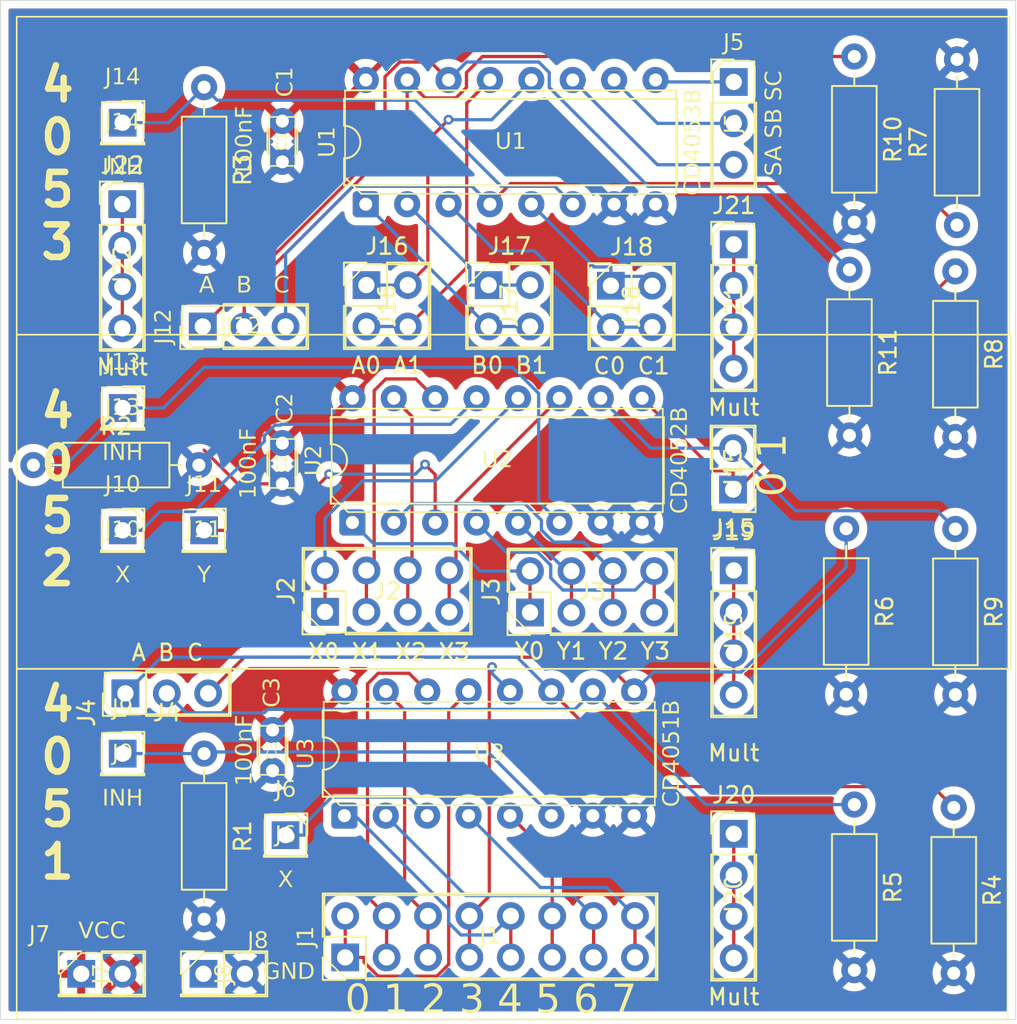
<source format=kicad_pcb>
(kicad_pcb (version 20241229) (generator "pcbnew") (generator_version "9.0")
  (layers (0 "F.Cu" signal) (2 "B.Cu" signal) (13 "F.Paste" user) (15 "B.Paste" user) (5 "F.SilkS" user "F.Silkscreen") (7 "B.SilkS" user "B.Silkscreen") (1 "F.Mask" user) (3 "B.Mask" user) (25 "Edge.Cuts" user))
  (net 0 "")
  (net 1 "GND")
  (net 2 "VCC")
  (net 3 "Net-(J1-Pin_3)")
  (net 4 "Net-(J1-Pin_13)")
  (net 5 "Net-(J1-Pin_1)")
  (net 6 "Net-(J1-Pin_5)")
  (net 7 "Net-(J1-Pin_15)")
  (net 8 "Net-(J1-Pin_7)")
  (net 9 "Net-(J1-Pin_10)")
  (net 10 "Net-(J1-Pin_11)")
  (net 11 "Net-(J2-Pin_1)")
  (net 12 "Net-(J2-Pin_3)")
  (net 13 "Net-(J3-Pin_3)")
  (net 14 "Net-(J3-Pin_1)")
  (net 15 "Net-(J4-Pin_2)")
  (net 16 "Net-(J4-Pin_3)")
  (net 17 "Net-(J4-Pin_1)")
  (net 18 "Net-(J5-Pin_3)")
  (net 19 "Net-(J5-Pin_1)")
  (net 20 "Net-(J5-Pin_2)")
  (net 21 "Net-(J6-Pin_1)")
  (net 23 "Net-(J9-Pin_1)")
  (net 24 "Net-(J10-Pin_1)")
  (net 25 "Net-(J11-Pin_1)")
  (net 26 "Net-(J12-Pin_3)")
  (net 27 "Net-(J12-Pin_2)")
  (net 28 "Net-(J12-Pin_1)")
  (net 29 "Net-(J13-Pin_1)")
  (net 30 "Net-(J14-Pin_1)")
  (net 31 "Net-(J15-Pin_1)")
  (net 32 "Net-(J16-Pin_1)")
  (net 33 "Net-(J16-Pin_3)")
  (net 34 "Net-(J17-Pin_1)")
  (net 35 "Net-(J17-Pin_3)")
  (net 36 "Net-(J18-Pin_1)")
  (net 37 "Net-(J18-Pin_3)")
  (net 38 "Net-(J15-Pin_2)")
  (net 39 "Net-(J19-Pin_1)")
  (net 40 "Net-(J20-Pin_1)")
  (net 41 "Net-(J21-Pin_1)")
  (net 42 "Net-(J2-Pin_5)")
  (net 43 "Net-(J2-Pin_7)")
  (net 44 "Net-(J3-Pin_5)")
  (net 45 "Net-(J3-Pin_7)")
  (net 46 "Net-(J22-Pin_1)")
  (footprint "Capacitor_THT:C_Disc_D3.0mm_W1.6mm_P2.50mm" (layer "F.Cu") (at 84.2 104.745 -90)
    (property "Reference" "C3")
    (property "Value" "100nF")
  )
  (footprint "Package_DIP:DIP-16_W7.62mm" (layer "F.Cu") (at 89.1 92.02 90)
    (property "Reference" "U2")
    (property "Value" "CD4052B")
  )
  (footprint "Capacitor_THT:C_Disc_D3.0mm_W1.6mm_P2.50mm" (layer "F.Cu") (at 84.8 67.4 -90)
    (property "Reference" "C1")
    (property "Value" "100nF")
  )
  (footprint "Connector_PinSocket_2.54mm:PinSocket_1x01_P2.54mm_Vertical" (layer "F.Cu") (at 75 106.195)
    (property "Reference" "J9")
    (property "Value" "INH")
  )
  (footprint "Connector_PinHeader_2.54mm:PinHeader_2x02_P2.54mm_Vertical" (layer "F.Cu") (at 97.46 77.46)
    (property "Reference" "J17")
    (property "Value" "B0 B1")
  )
  (footprint "Connector_PinHeader_2.54mm:PinHeader_1x04_P2.54mm_Vertical" (layer "F.Cu") (at 112.5 74.96)
    (property "Reference" "J21")
    (property "Value" "Mult")
  )
  (footprint "Connector_PinSocket_2.54mm:PinSocket_1x01_P2.54mm_Vertical" (layer "F.Cu") (at 75 67.5)
    (property "Reference" "J14")
    (property "Value" "INH")
  )
  (footprint "Resistor_THT:R_Axial_DIN0207_L6.3mm_D2.5mm_P10.16mm_Horizontal" (layer "F.Cu") (at 126.2 73.78 90)
    (property "Reference" "R7")
    (property "Value" "100k")
  )
  (footprint "Connector_PinSocket_2.54mm:PinSocket_1x01_P2.54mm_Vertical" (layer "F.Cu") (at 75 92.5)
    (property "Reference" "J10")
    (property "Value" "X")
  )
  (footprint "Connector_PinHeader_2.54mm:PinHeader_1x03_P2.54mm_Vertical" (layer "F.Cu") (at 75.17 102.5 90)
    (property "Reference" "J4")
    (property "Value" "A B C")
  )
  (footprint "Connector_PinHeader_2.54mm:PinHeader_1x03_P2.54mm_Vertical" (layer "F.Cu") (at 79.92 80 90)
    (property "Reference" "J12")
    (property "Value" "A   B   C")
  )
  (footprint "Package_DIP:DIP-16_W7.62mm" (layer "F.Cu") (at 89.92 72.5 90)
    (property "Reference" "U1")
    (property "Value" "CD4053B")
  )
  (footprint "Resistor_THT:R_Axial_DIN0207_L6.3mm_D2.5mm_P10.16mm_Horizontal" (layer "F.Cu") (at 126.1 76.62 -90)
    (property "Reference" "R8")
    (property "Value" "100k")
  )
  (footprint "Resistor_THT:R_Axial_DIN0207_L6.3mm_D2.5mm_P10.16mm_Horizontal" (layer "F.Cu") (at 119.9 63.44 -90)
    (property "Reference" "R10")
    (property "Value" "100k")
  )
  (footprint "Connector_PinHeader_2.54mm:PinHeader_1x04_P2.54mm_Vertical" (layer "F.Cu") (at 112.5 111.115)
    (property "Reference" "J20")
    (property "Value" "Mult")
  )
  (footprint "Resistor_THT:R_Axial_DIN0207_L6.3mm_D2.5mm_P10.16mm_Horizontal" (layer "F.Cu") (at 126.1 92.42 -90)
    (property "Reference" "R9")
    (property "Value" "100k")
  )
  (footprint "Connector_PinHeader_2.54mm:PinHeader_2x01_P2.54mm_Vertical" (layer "F.Cu") (at 79.96 119.7)
    (property "Reference" "J8")
    (property "Value" "GND")
  )
  (footprint "Resistor_THT:R_Axial_DIN0207_L6.3mm_D2.5mm_P10.16mm_Horizontal" (layer "F.Cu") (at 119.9 109.32 -90)
    (property "Reference" "R5")
    (property "Value" "100k")
  )
  (footprint "Resistor_THT:R_Axial_DIN0207_L6.3mm_D2.5mm_P10.16mm_Horizontal" (layer "F.Cu") (at 119.4 92.4 -90)
    (property "Reference" "R6")
    (property "Value" "100k")
  )
  (footprint "Connector_PinHeader_2.54mm:PinHeader_2x01_P2.54mm_Vertical" (layer "F.Cu") (at 72.46 119.7)
    (property "Reference" "J7")
    (property "Value" "VCC")
  )
  (footprint "Resistor_THT:R_Axial_DIN0207_L6.3mm_D2.5mm_P10.16mm_Horizontal" (layer "F.Cu") (at 80 106.195 -90)
    (property "Reference" "R1")
    (property "Value" "100k")
  )
  (footprint "Connector_PinHeader_2.54mm:PinHeader_1x04_P2.54mm_Vertical" (layer "F.Cu") (at 112.5 94.96)
    (property "Reference" "J19")
    (property "Value" "Mult")
  )
  (footprint "Resistor_THT:R_Axial_DIN0207_L6.3mm_D2.5mm_P10.16mm_Horizontal" (layer "F.Cu") (at 126 109.5 -90)
    (property "Reference" "R4")
    (property "Value" "100k")
  )
  (footprint "Connector_PinHeader_2.54mm:PinHeader_2x02_P2.54mm_Vertical" (layer "F.Cu") (at 89.96 77.46)
    (property "Reference" "J16")
    (property "Value" "A0 A1")
  )
  (footprint "Connector_PinHeader_2.54mm:PinHeader_1x03_P2.54mm_Vertical" (layer "F.Cu") (at 112.5 65)
    (property "Reference" "J5")
    (property "Value" "SA SB SC")
  )
  (footprint "Connector_PinHeader_2.54mm:PinHeader_2x08_P2.54mm_Vertical" (layer "F.Cu") (at 88.66 118.695 90)
    (property "Reference" "J1")
    (property "Value" "0 1 2 3 4 5 6 7")
  )
  (footprint "Resistor_THT:R_Axial_DIN0207_L6.3mm_D2.5mm_P10.16mm_Horizontal" (layer "F.Cu") (at 80 65.32 -90)
    (property "Reference" "R3")
    (property "Value" "100k")
  )
  (footprint "Connector_PinHeader_2.54mm:PinHeader_2x02_P2.54mm_Vertical" (layer "F.Cu") (at 104.96 77.5)
    (property "Reference" "J18")
    (property "Value" "C0 C1")
  )
  (footprint "Connector_PinHeader_2.54mm:PinHeader_1x04_P2.54mm_Vertical" (layer "F.Cu") (at 74.9808 72.4916)
    (property "Reference" "J22")
    (property "Value" "Mult")
  )
  (footprint "Resistor_THT:R_Axial_DIN0207_L6.3mm_D2.5mm_P10.16mm_Horizontal" (layer "F.Cu") (at 69.52 88.5)
    (property "Reference" "R2")
    (property "Value" "100k")
  )
  (footprint "Connector_PinHeader_2.54mm:PinHeader_1x02_P2.54mm_Vertical" (layer "F.Cu") (at 112.46 90 180)
    (property "Reference" "J15")
    (property "Value" "0 1")
  )
  (footprint "Connector_PinSocket_2.54mm:PinSocket_1x01_P2.54mm_Vertical" (layer "F.Cu") (at 80 92.5)
    (property "Reference" "J11")
    (property "Value" "Y")
  )
  (footprint "Capacitor_THT:C_Disc_D3.0mm_W1.6mm_P2.50mm" (layer "F.Cu") (at 84.8 87.15 -90)
    (property "Reference" "C2")
    (property "Value" "100nF")
  )
  (footprint "Connector_PinSocket_2.54mm:PinSocket_1x01_P2.54mm_Vertical" (layer "F.Cu") (at 75 85)
    (property "Reference" "J13")
    (property "Value" "INH")
  )
  (footprint "Connector_PinHeader_2.54mm:PinHeader_2x04_P2.54mm_Vertical" (layer "F.Cu") (at 100 97.54 90)
    (property "Reference" "J3")
    (property "Value" "Y0 Y1 Y2 Y3")
  )
  (footprint "Connector_PinHeader_2.54mm:PinHeader_2x04_P2.54mm_Vertical" (layer "F.Cu") (at 87.42 97.5 90)
    (property "Reference" "J2")
    (property "Value" "X0 X1 X2 X3")
  )
  (footprint "Resistor_THT:R_Axial_DIN0207_L6.3mm_D2.5mm_P10.16mm_Horizontal" (layer "F.Cu") (at 119.6 76.52 -90)
    (property "Reference" "R11")
    (property "Value" "100k")
  )
  (footprint "Connector_PinSocket_2.54mm:PinSocket_1x01_P2.54mm_Vertical" (layer "F.Cu") (at 85 111.195)
    (property "Reference" "J6")
    (property "Value" "X")
  )
  (footprint "Package_DIP:DIP-16_W7.62mm" (layer "F.Cu") (at 88.61 110 90)
    (property "Reference" "U3")
    (property "Value" "CD4051B")
  )
  (gr_rect (start 68.5 101) (end 129.3 122.5) (stroke (width 0.1)) (fill no) (layer "F.SilkS"))
  (gr_rect (start 68.5 61) (end 129.4 80.5) (stroke (width 0.1)) (fill no) (layer "F.SilkS"))
  (gr_rect (start 68.5 80.5) (end 129.5 101) (stroke (width 0.1)) (fill no) (layer "F.SilkS"))
  (gr_rect (start 67.5 60) (end 129.8 122.5) (stroke (width 0.05)) (fill no) (layer "Edge.Cuts"))
  (gr_text "4\n0\n5\n3" (at 71 70 0) (layer "F.SilkS") (effects (font (size 2 2) (thickness 0.4) (bold yes))))
  (gr_text "4\n0\n5\n1" (at 71 108 0) (layer "F.SilkS") (effects (font (size 2 2) (thickness 0.4) (bold yes))))
  (gr_text "4\n0\n5\n2" (at 71 90 0) (layer "F.SilkS") (effects (font (size 2 2) (thickness 0.4) (bold yes))))
  (segment (start 84.8 89.65) (end 82.07 89.65) (width 0.2) (layer "F.Cu") (net 1))
  (segment (start 82.07 89.65) (end 80 87.58) (width 0.2) (layer "F.Cu") (net 1))
  (via (at 84.8 89.65) (size 0.6) (drill 0.3) (layers "F.Cu" "B.Cu") (net 1))
  (segment (start 91.2 118.695) (end 91.2 116.155) (width 0.2) (layer "F.Cu") (net 3))
  (segment (start 90.0282 114.9832) (end 91.2 116.155) (width 0.2) (layer "F.Cu") (net 3))
  (segment (start 90.6821 101.267) (end 90.0282 101.9209) (width 0.2) (layer "F.Cu") (net 3))
  (segment (start 92.577 101.267) (end 90.6821 101.267) (width 0.2) (layer "F.Cu") (net 3))
  (segment (start 93.69 102.38) (end 92.577 101.267) (width 0.2) (layer "F.Cu") (net 3))
  (segment (start 90.0282 101.9209) (end 90.0282 114.9832) (width 0.2) (layer "F.Cu") (net 3))
  (segment (start 103.9 118.695) (end 103.9 116.155) (width 0.2) (layer "F.Cu") (net 4))
  (segment (start 96.0559 114.9059) (end 102.6509 114.9059) (width 0.2) (layer "B.Cu") (net 4))
  (segment (start 102.6509 114.9059) (end 103.9 116.155) (width 0.2) (layer "B.Cu") (net 4))
  (segment (start 91.15 110) (end 96.0559 114.9059) (width 0.2) (layer "B.Cu") (net 4))
  (segment (start 89.8117 118.983) (end 89.8117 118.695) (width 0.2) (layer "F.Cu") (net 5))
  (segment (start 95.01 103.6) (end 95.01 119.1196) (width 0.2) (layer "F.Cu") (net 5))
  (segment (start 88.66 118.695) (end 89.8117 118.695) (width 0.2) (layer "F.Cu") (net 5))
  (segment (start 94.2829 119.8467) (end 90.6754 119.8467) (width 0.2) (layer "F.Cu") (net 5))
  (segment (start 95.01 119.1196) (end 94.2829 119.8467) (width 0.2) (layer "F.Cu") (net 5))
  (segment (start 88.66 118.695) (end 88.66 116.155) (width 0.2) (layer "F.Cu") (net 5))
  (segment (start 90.6754 119.8467) (end 89.8117 118.983) (width 0.2) (layer "F.Cu") (net 5))
  (segment (start 96.23 102.38) (end 95.01 103.6) (width 0.2) (layer "F.Cu") (net 5))
  (segment (start 92.3058 114.7208) (end 92.3058 103.5358) (width 0.2) (layer "F.Cu") (net 6))
  (segment (start 93.74 116.155) (end 92.3058 114.7208) (width 0.2) (layer "F.Cu") (net 6))
  (segment (start 92.3058 103.5358) (end 91.15 102.38) (width 0.2) (layer "F.Cu") (net 6))
  (segment (start 93.74 118.695) (end 93.74 116.155) (width 0.2) (layer "F.Cu") (net 6))
  (segment (start 106.44 118.695) (end 106.44 116.155) (width 0.2) (layer "F.Cu") (net 7))
  (segment (start 104.6905 114.4055) (end 100.6355 114.4055) (width 0.2) (layer "B.Cu") (net 7))
  (segment (start 100.6355 114.4055) (end 96.23 110) (width 0.2) (layer "B.Cu") (net 7))
  (segment (start 106.44 116.155) (end 104.6905 114.4055) (width 0.2) (layer "B.Cu") (net 7))
  (segment (start 97.6694 100.8848) (end 97.5 101.0542) (width 0.2) (layer "F.Cu") (net 8))
  (segment (start 96.28 118.695) (end 96.28 116.155) (width 0.2) (layer "F.Cu") (net 8))
  (segment (start 97.5 114.935) (end 96.28 116.155) (width 0.2) (layer "F.Cu") (net 8))
  (segment (start 97.5 101.0542) (end 97.5 114.935) (width 0.2) (layer "F.Cu") (net 8))
  (via (at 97.6694 100.8848) (size 0.6) (drill 0.3) (layers "F.Cu" "B.Cu") (net 8))
  (segment (start 98.77 102.38) (end 97.6694 101.2794) (width 0.2) (layer "B.Cu") (net 8))
  (segment (start 97.6694 101.2794) (end 97.6694 100.8848) (width 0.2) (layer "B.Cu") (net 8))
  (segment (start 98.82 118.695) (end 98.82 116.155) (width 0.2) (layer "F.Cu") (net 9))
  (segment (start 95.7551 117.3185) (end 97.6565 117.3185) (width 0.2) (layer "B.Cu") (net 9))
  (segment (start 97.6565 117.3185) (end 98.82 116.155) (width 0.2) (layer "B.Cu") (net 9))
  (segment (start 95.01 115.7438) (end 95.01 116.5734) (width 0.2) (layer "B.Cu") (net 9))
  (segment (start 95.01 116.5734) (end 95.7551 117.3185) (width 0.2) (layer "B.Cu") (net 9))
  (segment (start 89.2662 110) (end 95.01 115.7438) (width 0.2) (layer "B.Cu") (net 9))
  (segment (start 88.61 110) (end 89.2662 110) (width 0.2) (layer "B.Cu") (net 9))
  (segment (start 101.36 112.59) (end 98.77 110) (width 0.2) (layer "F.Cu") (net 10))
  (segment (start 101.36 118.695) (end 101.36 116.155) (width 0.2) (layer "F.Cu") (net 10))
  (segment (start 101.36 116.155) (end 101.36 112.59) (width 0.2) (layer "F.Cu") (net 10))
  (segment (start 87.42 97.5) (end 87.42 94.96) (width 0.2) (layer "F.Cu") (net 11))
  (segment (start 87.42 91.7643) (end 89.7251 89.4592) (width 0.2) (layer "B.Cu") (net 11))
  (segment (start 87.42 94.96) (end 87.42 91.7643) (width 0.2) (layer "B.Cu") (net 11))
  (segment (start 89.7251 89.4592) (end 94.2008 89.4592) (width 0.2) (layer "B.Cu") (net 11))
  (segment (start 94.2008 89.4592) (end 99.26 84.4) (width 0.2) (layer "B.Cu") (net 11))
  (segment (start 91.1513 83.2168) (end 90.434 83.9341) (width 0.2) (layer "F.Cu") (net 12))
  (segment (start 94.18 84.4) (end 92.9968 83.2168) (width 0.2) (layer "F.Cu") (net 12))
  (segment (start 92.9968 83.2168) (end 91.1513 83.2168) (width 0.2) (layer "F.Cu") (net 12))
  (segment (start 90.434 94.486) (end 89.96 94.96) (width 0.2) (layer "F.Cu") (net 12))
  (segment (start 90.434 83.9341) (end 90.434 94.486) (width 0.2) (layer "F.Cu") (net 12))
  (segment (start 89.96 97.5) (end 89.96 94.96) (width 0.2) (layer "F.Cu") (net 12))
  (segment (start 102.54 95) (end 102.54 97.54) (width 0.2) (layer "F.Cu") (net 13))
  (segment (start 99.26 92.02) (end 102.24 95) (width 0.2) (layer "B.Cu") (net 13))
  (segment (start 102.24 95) (end 102.54 95) (width 0.2) (layer "B.Cu") (net 13))
  (segment (start 100 95) (end 100 97.54) (width 0.2) (layer "F.Cu") (net 14))
  (segment (start 95.2651 93.3234) (end 96.9417 95) (width 0.2) (layer "B.Cu") (net 14))
  (segment (start 90.4034 93.3234) (end 95.2651 93.3234) (width 0.2) (layer "B.Cu") (net 14))
  (segment (start 96.9417 95) (end 100 95) (width 0.2) (layer "B.Cu") (net 14))
  (segment (start 89.1 92.02) (end 90.4034 93.3234) (width 0.2) (layer "B.Cu") (net 14))
  (segment (start 102.749 103.481) (end 103.85 102.38) (width 0.2) (layer "B.Cu") (net 15))
  (segment (start 119.9 109.32) (end 110.79 109.32) (width 0.2) (layer "B.Cu") (net 15))
  (segment (start 77.71 102.5) (end 78.903975 103.693975) (width 0.2) (layer "B.Cu") (net 15))
  (segment (start 83.693975 103.693975) (end 83.90695 103.481) (width 0.2) (layer "B.Cu") (net 15))
  (segment (start 83.90695 103.481) (end 102.749 103.481) (width 0.2) (layer "B.Cu") (net 15))
  (segment (start 78.903975 103.693975) (end 83.693975 103.693975) (width 0.2) (layer "B.Cu") (net 15))
  (segment (start 110.79 109.32) (end 103.85 102.38) (width 0.2) (layer "B.Cu") (net 15))
  (segment (start 104.2938 100.2838) (end 106.39 102.38) (width 0.2) (layer "F.Cu") (net 16))
  (segment (start 80.25 102.5) (end 82.4662 100.2838) (width 0.2) (layer "F.Cu") (net 16))
  (segment (start 82.4662 100.2838) (end 104.2938 100.2838) (width 0.2) (layer "F.Cu") (net 16))
  (segment (start 107.579 101.191) (end 106.67355 102.09645) (width 0.2) (layer "B.Cu") (net 16))
  (segment (start 119.4 92.4) (end 119.4 94.76776) (width 0.2) (layer "B.Cu") (net 16))
  (segment (start 119.4 94.76776) (end 112.97676 101.191) (width 0.2) (layer "B.Cu") (net 16))
  (segment (start 112.97676 101.191) (end 107.579 101.191) (width 0.2) (layer "B.Cu") (net 16))
  (segment (start 124.719 108.219) (end 107.149 108.219) (width 0.2) (layer "F.Cu") (net 17))
  (segment (start 107.149 108.219) (end 101.31 102.38) (width 0.2) (layer "F.Cu") (net 17))
  (segment (start 126 109.5) (end 124.719 108.219) (width 0.2) (layer "F.Cu") (net 17))
  (segment (start 75.17 102.5) (end 77.3862 100.2838) (width 0.2) (layer "B.Cu") (net 17))
  (segment (start 99.2138 100.2838) (end 101.31 102.38) (width 0.2) (layer "B.Cu") (net 17))
  (segment (start 77.3862 100.2838) (end 99.2138 100.2838) (width 0.2) (layer "B.Cu") (net 17))
  (segment (start 107.82 70.08) (end 102.62 64.88) (width 0.2) (layer "B.Cu") (net 18))
  (segment (start 112.5 70.08) (end 107.82 70.08) (width 0.2) (layer "B.Cu") (net 18))
  (segment (start 107.82 65) (end 107.7 64.88) (width 0.2) (layer "B.Cu") (net 19))
  (segment (start 112.5 65) (end 107.82 65) (width 0.2) (layer "B.Cu") (net 19))
  (segment (start 107.82 67.54) (end 105.16 64.88) (width 0.2) (layer "B.Cu") (net 20))
  (segment (start 112.5 67.54) (end 107.82 67.54) (width 0.2) (layer "B.Cu") (net 20))
  (segment (start 86.1517 111.195) (end 86.1517 110.5472) (width 0.2) (layer "B.Cu") (net 21))
  (segment (start 92.551 108.861) (end 93.69 110) (width 0.2) (layer "B.Cu") (net 21))
  (segment (start 86.1517 110.5472) (end 87.8379 108.861) (width 0.2) (layer "B.Cu") (net 21))
  (segment (start 85 111.195) (end 86.1517 111.195) (width 0.2) (layer "B.Cu") (net 21))
  (segment (start 87.8379 108.861) (end 92.551 108.861) (width 0.2) (layer "B.Cu") (net 21))
  (segment (start 97.405 106.095) (end 101.31 110) (width 0.2) (layer "B.Cu") (net 23))
  (segment (start 80.1 106.095) (end 97.405 106.095) (width 0.2) (layer "B.Cu") (net 23))
  (segment (start 80 106.195) (end 80.1 106.095) (width 0.2) (layer "B.Cu") (net 23))
  (segment (start 80 106.195) (end 75 106.195) (width 0.2) (layer "B.Cu") (net 23))
  (segment (start 79.3958 91.3483) (end 83.699 87.0451) (width 0.2) (layer "B.Cu") (net 24))
  (segment (start 77.3034 91.3483) (end 79.3958 91.3483) (width 0.2) (layer "B.Cu") (net 24))
  (segment (start 84.6951 86.049) (end 84.7441 86) (width 0.2) (layer "B.Cu") (net 24))
  (segment (start 84.7441 86) (end 95.12 86) (width 0.2) (layer "B.Cu") (net 24))
  (segment (start 76.1517 92.5) (end 77.3034 91.3483) (width 0.2) (layer "B.Cu") (net 24))
  (segment (start 75 92.5) (end 76.1517 92.5) (width 0.2) (layer "B.Cu") (net 24))
  (segment (start 83.699 87.0451) (end 83.699 86.69395) (width 0.2) (layer "B.Cu") (net 24))
  (segment (start 84.34395 86.049) (end 84.6951 86.049) (width 0.2) (layer "B.Cu") (net 24))
  (segment (start 83.699 86.69395) (end 84.34395 86.049) (width 0.2) (layer "B.Cu") (net 24))
  (segment (start 95.12 86) (end 96.72 84.4) (width 0.2) (layer "B.Cu") (net 24))
  (segment (start 94.18 89.0844) (end 94.18 92.02) (width 0.2) (layer "F.Cu") (net 25))
  (segment (start 93.5567 88.4611) (end 94.18 89.0844) (width 0.2) (layer "F.Cu") (net 25))
  (segment (start 84.2294 92.5) (end 87.6719 89.0575) (width 0.2) (layer "F.Cu") (net 25))
  (segment (start 80 92.5) (end 84.2294 92.5) (width 0.2) (layer "F.Cu") (net 25))
  (via (at 87.6719 89.0575) (size 0.6) (drill 0.3) (layers "F.Cu" "B.Cu") (net 25))
  (via (at 93.5567 88.4611) (size 0.6) (drill 0.3) (layers "F.Cu" "B.Cu") (net 25))
  (segment (start 92.9603 89.0575) (end 93.5567 88.4611) (width 0.2) (layer "B.Cu") (net 25))
  (segment (start 87.6719 89.0575) (end 92.9603 89.0575) (width 0.2) (layer "B.Cu") (net 25))
  (segment (start 123.651 71.231) (end 98.809 71.231) (width 0.2) (layer "F.Cu") (net 26))
  (segment (start 126.2 73.78) (end 123.651 71.231) (width 0.2) (layer "F.Cu") (net 26))
  (segment (start 98.809 71.231) (end 97.54 72.5) (width 0.2) (layer "F.Cu") (net 26))
  (segment (start 85 80) (end 85 75.53384) (width 0.2) (layer "B.Cu") (net 26))
  (segment (start 89.13484 71.399) (end 96.439 71.399) (width 0.2) (layer "B.Cu") (net 26))
  (segment (start 85 75.53384) (end 89.13484 71.399) (width 0.2) (layer "B.Cu") (net 26))
  (segment (start 96.439 71.399) (end 97.54 72.5) (width 0.2) (layer "B.Cu") (net 26))
  (segment (start 82.46 78.07384) (end 92.46 68.07384) (width 0.2) (layer "F.Cu") (net 27))
  (segment (start 96.101 65.33605) (end 95.45605 65.981) (width 0.2) (layer "F.Cu") (net 27))
  (segment (start 97.08495 63.44) (end 96.101 64.42395) (width 0.2) (layer "F.Cu") (net 27))
  (segment (start 119.9 63.44) (end 97.08495 63.44) (width 0.2) (layer "F.Cu") (net 27))
  (segment (start 92.46 68.07384) (end 92.46 64.88) (width 0.2) (layer "F.Cu") (net 27))
  (segment (start 82.46 80) (end 82.46 78.07384) (width 0.2) (layer "F.Cu") (net 27))
  (segment (start 96.101 64.42395) (end 96.101 65.33605) (width 0.2) (layer "F.Cu") (net 27))
  (segment (start 95.45605 65.981) (end 93.561 65.981) (width 0.2) (layer "F.Cu") (net 27))
  (segment (start 93.561 65.981) (end 92.46 64.88) (width 0.2) (layer "F.Cu") (net 27))
  (segment (start 91.1 64.68295) (end 92.00395 63.779) (width 0.2) (layer "F.Cu") (net 28))
  (segment (start 91.1 68.82) (end 91.1 64.68295) (width 0.2) (layer "F.Cu") (net 28))
  (segment (start 93.899 63.779) (end 95 64.88) (width 0.2) (layer "F.Cu") (net 28))
  (segment (start 92.00395 63.779) (end 93.899 63.779) (width 0.2) (layer "F.Cu") (net 28))
  (segment (start 79.92 80) (end 91.1 68.82) (width 0.2) (layer "F.Cu") (net 28))
  (segment (start 107.24395 71.399) (end 101.181 65.33605) (width 0.2) (layer "B.Cu") (net 28))
  (segment (start 101.181 65.33605) (end 101.181 64.42395) (width 0.2) (layer "B.Cu") (net 28))
  (segment (start 100.53605 63.779) (end 96.101 63.779) (width 0.2) (layer "B.Cu") (net 28))
  (segment (start 96.101 63.779) (end 95 64.88) (width 0.2) (layer "B.Cu") (net 28))
  (segment (start 119.6 76.52) (end 114.479 71.399) (width 0.2) (layer "B.Cu") (net 28))
  (segment (start 101.181 64.42395) (end 100.53605 63.779) (width 0.2) (layer "B.Cu") (net 28))
  (segment (start 114.479 71.399) (end 107.24395 71.399) (width 0.2) (layer "B.Cu") (net 28))
  (segment (start 69.52 88.5) (end 71.5 88.5) (width 0.2) (layer "B.Cu") (net 29))
  (segment (start 100.53 84.1038) (end 98.9262 82.5) (width 0.2) (layer "B.Cu") (net 29))
  (segment (start 75.5759 85) (end 77.5 85) (width 0.2) (layer "B.Cu") (net 29))
  (segment (start 101.8 92.02) (end 100.53 90.75) (width 0.2) (layer "B.Cu") (net 29))
  (segment (start 77.5 85) (end 80 82.5) (width 0.2) (layer "B.Cu") (net 29))
  (segment (start 100.53 90.75) (end 100.53 84.1038) (width 0.2) (layer "B.Cu") (net 29))
  (segment (start 98.9262 82.5) (end 80 82.5) (width 0.2) (layer "B.Cu") (net 29))
  (segment (start 71.5 88.5) (end 75 85) (width 0.2) (layer "B.Cu") (net 29))
  (segment (start 75 85) (end 75.5759 85) (width 0.2) (layer "B.Cu") (net 29))
  (segment (start 98.228757 71.399) (end 101.519 71.399) (width 0.2) (layer "B.Cu") (net 30))
  (segment (start 101.519 71.399) (end 102.62 72.5) (width 0.2) (layer "B.Cu") (net 30))
  (segment (start 80.799999 66.119999) (end 92.949756 66.119999) (width 0.2) (layer "B.Cu") (net 30))
  (segment (start 77.82 67.5) (end 80 65.32) (width 0.2) (layer "B.Cu") (net 30))
  (segment (start 75 67.5) (end 77.82 67.5) (width 0.2) (layer "B.Cu") (net 30))
  (segment (start 92.949756 66.119999) (end 98.228757 71.399) (width 0.2) (layer "B.Cu") (net 30))
  (segment (start 80 65.32) (end 80.799999 66.119999) (width 0.2) (layer "B.Cu") (net 30))
  (segment (start 112.72 90) (end 112.46 90) (width 0.2) (layer "F.Cu") (net 31))
  (segment (start 112.46 90) (end 112.46 88.8483) (width 0.2) (layer "F.Cu") (net 31))
  (segment (start 126.1 76.62) (end 112.72 90) (width 0.2) (layer "F.Cu") (net 31))
  (segment (start 111.3283 88.8483) (end 112.46 88.8483) (width 0.2) (layer "F.Cu") (net 31))
  (segment (start 106.88 84.4) (end 111.3283 88.8483) (width 0.2) (layer "F.Cu") (net 31))
  (segment (start 93.7301 76.2299) (end 92.5 77.46) (width 0.2) (layer "F.Cu") (net 32))
  (segment (start 94.9969 67.3172) (end 93.7301 68.584) (width 0.2) (layer "F.Cu") (net 32))
  (segment (start 93.7301 68.584) (end 93.7301 76.2299) (width 0.2) (layer "F.Cu") (net 32))
  (via (at 94.9969 67.3172) (size 0.6) (drill 0.3) (layers "F.Cu" "B.Cu") (net 32))
  (segment (start 97.6428 67.3172) (end 94.9969 67.3172) (width 0.2) (layer "B.Cu") (net 32))
  (segment (start 89.96 77.46) (end 92.5 77.46) (width 0.2) (layer "B.Cu") (net 32))
  (segment (start 100.08 64.88) (end 97.6428 67.3172) (width 0.2) (layer "B.Cu") (net 32))
  (segment (start 92.5 80) (end 96.1168 76.3832) (width 0.2) (layer "F.Cu") (net 33))
  (segment (start 96.1168 76.3832) (end 96.1168 66.3032) (width 0.2) (layer "F.Cu") (net 33))
  (segment (start 96.1168 66.3032) (end 97.54 64.88) (width 0.2) (layer "F.Cu") (net 33))
  (segment (start 89.96 80) (end 92.5 80) (width 0.2) (layer "B.Cu") (net 33))
  (segment (start 100 77.46) (end 97.46 77.46) (width 0.2) (layer "B.Cu") (net 34))
  (segment (start 97.46 77.46) (end 96.3083 77.46) (width 0.2) (layer "B.Cu") (net 34))
  (segment (start 96.3083 76.3483) (end 96.3083 77.46) (width 0.2) (layer "B.Cu") (net 34))
  (segment (start 92.46 72.5) (end 96.3083 76.3483) (width 0.2) (layer "B.Cu") (net 34))
  (segment (start 100 80) (end 97.46 80) (width 0.2) (layer "B.Cu") (net 35))
  (segment (start 89.92 72.5) (end 97.42 80) (width 0.2) (layer "B.Cu") (net 35))
  (segment (start 97.42 80) (end 97.46 80) (width 0.2) (layer "B.Cu") (net 35))
  (segment (start 100.08 72.5) (end 103.9283 76.3483) (width 0.2) (layer "B.Cu") (net 36))
  (segment (start 104.96 77.5) (end 104.96 76.9241) (width 0.2) (layer "B.Cu") (net 36))
  (segment (start 103.9283 76.3483) (end 104.96 76.3483) (width 0.2) (layer "B.Cu") (net 36))
  (segment (start 104.96 76.9241) (end 104.96 76.3483) (width 0.2) (layer "B.Cu") (net 36))
  (segment (start 104.96 76.9241) (end 106.9241 76.9241) (width 0.2) (layer "B.Cu") (net 36))
  (segment (start 106.9241 76.9241) (end 107.5 77.5) (width 0.2) (layer "B.Cu") (net 36))
  (segment (start 95 72.5) (end 97.8596 75.3596) (width 0.2) (layer "B.Cu") (net 37))
  (segment (start 104.96 80.04) (end 107.5 80.04) (width 0.2) (layer "B.Cu") (net 37))
  (segment (start 97.8596 75.3596) (end 100.2796 75.3596) (width 0.2) (layer "B.Cu") (net 37))
  (segment (start 100.2796 75.3596) (end 104.96 80.04) (width 0.2) (layer "B.Cu") (net 37))
  (segment (start 124.979 91.299) (end 116.299 91.299) (width 0.2) (layer "B.Cu") (net 38))
  (segment (start 104.34 84.4) (end 107.4 87.46) (width 0.2) (layer "B.Cu") (net 38))
  (segment (start 116.299 91.299) (end 112.46 87.46) (width 0.2) (layer "B.Cu") (net 38))
  (segment (start 126.1 92.42) (end 124.979 91.299) (width 0.2) (layer "B.Cu") (net 38))
  (segment (start 107.4 87.46) (end 112.46 87.46) (width 0.2) (layer "B.Cu") (net 38))
  (segment (start 112.5 100.04) (end 112.5 102.58) (width 0.2) (layer "F.Cu") (net 39))
  (segment (start 112.5 97.5) (end 112.5 100.04) (width 0.2) (layer "F.Cu") (net 39))
  (segment (start 112.5 94.96) (end 112.5 97.5) (width 0.2) (layer "F.Cu") (net 39))
  (segment (start 112.5 111.115) (end 112.5 113.655) (width 0.2) (layer "F.Cu") (net 40))
  (segment (start 112.5 113.655) (end 112.5 116.195) (width 0.2) (layer "F.Cu") (net 40))
  (segment (start 112.5 116.195) (end 112.5 118.735) (width 0.2) (layer "F.Cu") (net 40))
  (segment (start 112.5 74.96) (end 112.5 77.5) (width 0.2) (layer "F.Cu") (net 41))
  (segment (start 112.5 80.04) (end 112.5 82.58) (width 0.2) (layer "F.Cu") (net 41))
  (segment (start 112.5 77.5) (end 112.5 80.04) (width 0.2) (layer "F.Cu") (net 41))
  (segment (start 91.64 84.4) (end 92.7562 85.5162) (width 0.2) (layer "F.Cu") (net 42))
  (segment (start 92.7562 94.7038) (end 92.5 94.96) (width 0.2) (layer "F.Cu") (net 42))
  (segment (start 92.7562 85.5162) (end 92.7562 94.7038) (width 0.2) (layer "F.Cu") (net 42))
  (segment (start 92.5 97.5) (end 92.5 94.96) (width 0.2) (layer "F.Cu") (net 42))
  (segment (start 95.4563 94.5437) (end 95.04 94.96) (width 0.2) (layer "F.Cu") (net 43))
  (segment (start 95.4563 90.7437) (end 95.4563 94.5437) (width 0.2) (layer "F.Cu") (net 43))
  (segment (start 95.04 97.5) (end 95.04 94.96) (width 0.2) (layer "F.Cu") (net 43))
  (segment (start 101.8 84.4) (end 95.4563 90.7437) (width 0.2) (layer "F.Cu") (net 43))
  (segment (start 105.08 95) (end 105.08 97.54) (width 0.2) (layer "F.Cu") (net 44))
  (segment (start 99.6744 90.8607) (end 100.6983 91.8846) (width 0.2) (layer "B.Cu") (net 44))
  (segment (start 91.64 92.02) (end 92.7993 90.8607) (width 0.2) (layer "B.Cu") (net 44))
  (segment (start 100.6983 92.477) (end 101.4427 93.2214) (width 0.2) (layer "B.Cu") (net 44))
  (segment (start 101.4427 93.2214) (end 103.3014 93.2214) (width 0.2) (layer "B.Cu") (net 44))
  (segment (start 92.7993 90.8607) (end 99.6744 90.8607) (width 0.2) (layer "B.Cu") (net 44))
  (segment (start 103.3014 93.2214) (end 105.08 95) (width 0.2) (layer "B.Cu") (net 44))
  (segment (start 100.6983 91.8846) (end 100.6983 92.477) (width 0.2) (layer "B.Cu") (net 44))
  (segment (start 107.62 95) (end 107.62 97.54) (width 0.2) (layer "F.Cu") (net 45))
  (segment (start 101.27 95.4184) (end 101.27 94.6412) (width 0.2) (layer "B.Cu") (net 45))
  (segment (start 102.0151 96.1635) (end 101.27 95.4184) (width 0.2) (layer "B.Cu") (net 45))
  (segment (start 107.62 95) (end 106.4565 96.1635) (width 0.2) (layer "B.Cu") (net 45))
  (segment (start 101.27 94.6412) (end 100.4756 93.8468) (width 0.2) (layer "B.Cu") (net 45))
  (segment (start 98.5468 93.8468) (end 96.72 92.02) (width 0.2) (layer "B.Cu") (net 45))
  (segment (start 106.4565 96.1635) (end 102.0151 96.1635) (width 0.2) (layer "B.Cu") (net 45))
  (segment (start 100.4756 93.8468) (end 98.5468 93.8468) (width 0.2) (layer "B.Cu") (net 45))
  (segment (start 74.9808 77.5716) (end 74.9808 80.1116) (width 0.2) (layer "F.Cu") (net 46))
  (segment (start 74.9808 72.4916) (end 74.9808 75.0316) (width 0.2) (layer "F.Cu") (net 46))
  (segment (start 74.9808 75.0316) (end 74.9808 77.5716) (width 0.2) (layer "F.Cu") (net 46))
  (zone (net 2) (net_name "VCC") (layer "F.Cu") (connect_pads (clearance 0.5)) (min_thickness 0.25) (fill yes (thermal_gap 0.5) (thermal_bridge_width 0.5))
    (polygon (pts (xy 67.5 60) (xy 67.5 122.5) (xy 129.8 122.5) (xy 129.8 60)))
  )
  (zone (net 1) (net_name "GND") (layer "B.Cu") (priority 1) (connect_pads (clearance 0.5)) (min_thickness 0.25) (fill yes (thermal_gap 0.5) (thermal_bridge_width 0.5))
    (polygon (pts (xy 67.5 60) (xy 67.5 122.5) (xy 129.9 122.5) (xy 129.9 60)))
  )
)
</source>
